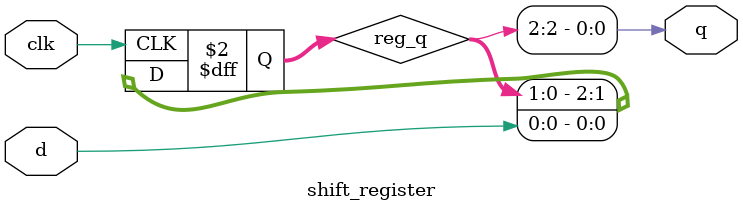
<source format=v>
module shift_register ( input clk, input d, output q );
  reg [2:0] reg_q;
  always @(posedge clk) begin
    reg_q <= {reg_q[1:0], d};
  end
  assign q = reg_q[2];
endmodule
</source>
